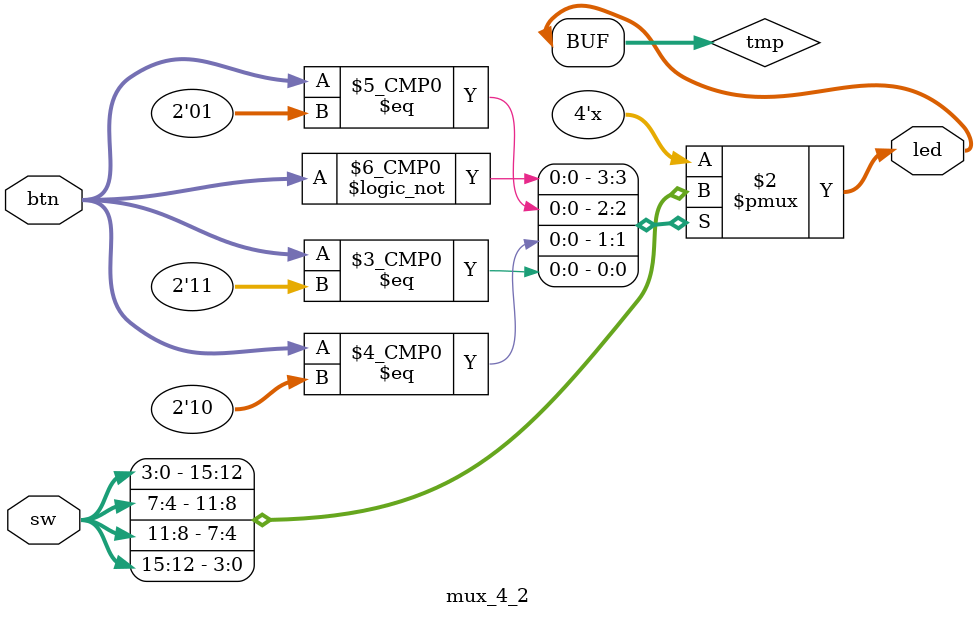
<source format=v>
`timescale 1ns / 1ps

module mux_4_2 (
input [15:0] sw, // four 2-bit input
input [1:0] btn,
output [3:0] led
);
reg [3:0] tmp; //2-bit reg
always @(sw, btn) begin
case (btn)
2'b00: tmp <= sw[3:0];
2'b01: tmp <= sw[7:4];
2'b10: tmp <= sw[11:8];
2'b11: tmp <= sw[15:12];
default: tmp <= 4'b0000;
endcase
end
assign led[3:0] = tmp;
endmodule

</source>
